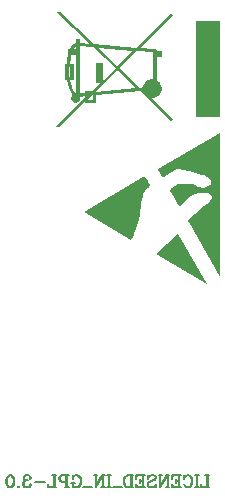
<source format=gbr>
%FSLAX46Y46*%
%MOMM*%
%ADD10C,0.150000*%
G01*
%LPD*%
G36*
X25928807Y34761919D02*
X25866862Y35132278D01*
X25725134Y35132247D01*
X25725134Y36507573D01*
X25835937Y36507573D01*
X25872426Y36884926D01*
X25940089Y37265138D01*
X25911463Y37265138D01*
X25911463Y37743131D01*
X26096301Y37743131D01*
X26192341Y37923710D01*
X26307651Y38080078D01*
X26443940Y38207198D01*
X26602981Y38299975D01*
X26657590Y38320737D01*
X26657528Y38021646D01*
X26584302Y37973036D01*
X26517695Y37909413D01*
X26402976Y37743131D01*
X26657528Y37743131D01*
X26657528Y37265138D01*
X26232062Y37265138D01*
X26162192Y36885827D01*
X26122378Y36507573D01*
X26004861Y36227877D01*
X26004861Y35412037D01*
X26151718Y35132278D01*
X26215403Y34767110D01*
X26260532Y34595139D01*
X26315763Y34435974D01*
X26382089Y34293997D01*
X26460506Y34173559D01*
X26552040Y34078980D01*
X26657590Y34014611D01*
X26366673Y33870676D01*
X26261683Y33978029D01*
X26170833Y34106020D01*
X26093131Y34251572D01*
X26027488Y34411482D01*
X25928807Y34761919D01*
D02*
G37*
%LPD*%
G36*
X26004861Y35412037D02*
X26151718Y35132278D01*
X26412860Y35132247D01*
X26412860Y36507573D01*
X26122378Y36507573D01*
X26004861Y36227877D01*
X26133132Y36227877D01*
X26133132Y35412037D01*
X26004861Y35412037D01*
D02*
G37*
%LPD*%
G36*
X38790558Y40132439D02*
X36817048Y40132439D01*
X36817048Y32027985D01*
X38790558Y32027985D01*
X38790558Y40132439D01*
D02*
G37*
%LPD*%
G36*
X28093494Y37900026D02*
X26948880Y37998491D01*
X26948880Y34003640D01*
X26657590Y34014611D01*
X26657590Y38320737D01*
X26657590Y38617217D01*
X26937318Y38617217D01*
X26937318Y38280239D01*
X27768420Y38208752D01*
X24910691Y40922172D01*
X25229457Y40922172D01*
X28124078Y38178138D01*
X31738872Y37867205D01*
X34674116Y40751601D01*
X34835333Y40587463D01*
X32038243Y37841439D01*
X33324711Y37730760D01*
X33368876Y37717706D01*
X33407634Y37689516D01*
X33436602Y37650914D01*
X33451489Y37606623D01*
X33873443Y37606623D01*
X33873443Y37088288D01*
X33452546Y37088288D01*
X33452546Y35118075D01*
X33544266Y35061321D01*
X33627345Y34993161D01*
X33700571Y34914682D01*
X33762950Y34826971D01*
X33813239Y34731149D01*
X33850598Y34628209D01*
X33873785Y34519333D01*
X33881804Y34405546D01*
X33865424Y34243180D01*
X33818461Y34091940D01*
X33744178Y33955091D01*
X33645869Y33835866D01*
X33526580Y33737495D01*
X33389732Y33663180D01*
X33238461Y33616248D01*
X33076095Y33599900D01*
X32941826Y33611026D01*
X34806179Y31843583D01*
X34647760Y31676647D01*
X31997434Y34193140D01*
X28347332Y33852928D01*
X28095794Y33829556D01*
X27936598Y33814699D01*
X27623490Y33507341D01*
X27371952Y33260372D01*
X25192097Y31120363D01*
X24873145Y31120363D01*
X27371952Y33575905D01*
X27371952Y33762048D01*
X26940674Y33721861D01*
X26962276Y33652084D01*
X26969829Y33577211D01*
X26962276Y33502026D01*
X26940488Y33432032D01*
X26906144Y33368658D01*
X26860579Y33313458D01*
X26805349Y33267925D01*
X26742005Y33233550D01*
X26671950Y33211793D01*
X26596796Y33204240D01*
X26521674Y33211793D01*
X26451711Y33233550D01*
X26388275Y33267925D01*
X26333106Y33313458D01*
X26287573Y33368658D01*
X26253197Y33432032D01*
X26231441Y33502026D01*
X26223857Y33577211D01*
X26233927Y33663708D01*
X26262646Y33742996D01*
X26307651Y33812772D01*
X26366673Y33870676D01*
X26657590Y34014611D01*
X26948880Y34003640D01*
X27372046Y34043050D01*
X27372046Y34165011D01*
X27971409Y34165011D01*
X28659228Y34840865D01*
X28335707Y34840865D01*
X28335707Y36554226D01*
X28895163Y36554226D01*
X28895163Y35072790D01*
X29964468Y36123571D01*
X30129133Y35967204D01*
X28293313Y34165011D01*
X28347332Y34165011D01*
X28347332Y34133931D01*
X31728025Y34448997D01*
X30129133Y35967204D01*
X30289914Y36125000D01*
X32028359Y34476970D01*
X32275950Y34500063D01*
X32306781Y34645584D01*
X32362633Y34780102D01*
X32440771Y34901068D01*
X32538676Y35005842D01*
X32653737Y35091811D01*
X32783406Y35156459D01*
X32925073Y35197113D01*
X33076095Y35211255D01*
X33172818Y35205536D01*
X33172818Y37463123D01*
X31775330Y37583312D01*
X30289914Y36125000D01*
X30125000Y36281304D01*
X31476146Y37609047D01*
X28449805Y37869381D01*
X30125000Y36281304D01*
X29964468Y36123571D01*
X28093494Y37900026D01*
D02*
G37*
%LPD*%
G36*
X27371952Y33215833D02*
X28347332Y33215833D01*
X28347332Y33852928D01*
X28095794Y33829556D01*
X28095794Y33460657D01*
X27623490Y33460657D01*
X27623490Y33507341D01*
X27371952Y33260372D01*
X27371952Y33215833D01*
D02*
G37*
%LPD*%
G36*
X30289914Y36125000D02*
X30125000Y36281304D01*
X29964468Y36123571D01*
X30129133Y35967204D01*
X30289914Y36125000D01*
D02*
G37*
%LPD*%
G36*
X37728720Y17876751D02*
X35279662Y22127749D01*
X33390528Y20379847D01*
X37728720Y17876751D01*
D02*
G37*
%LPD*%
G36*
X31413314Y21837810D02*
X31344661Y21725737D01*
X31262138Y21617592D01*
X27258029Y23926776D01*
X32330864Y26888532D01*
X32410934Y26931853D01*
X32442907Y26947192D01*
X32443151Y26947208D01*
X32476703Y26922472D01*
X32533574Y26851391D01*
X32608384Y26741364D01*
X32695750Y26599781D01*
X32751640Y26504833D01*
X32829359Y26368206D01*
X32878338Y26273041D01*
X32901332Y26212961D01*
X32901100Y26181589D01*
X32880393Y26172549D01*
X32877016Y26171859D01*
X32835834Y26146020D01*
X32765801Y26090321D01*
X32679980Y26015026D01*
X32643118Y25980286D01*
X32543884Y25872560D01*
X32459066Y25753432D01*
X32386178Y25615822D01*
X32322733Y25452652D01*
X32266240Y25256841D01*
X32214215Y25021309D01*
X32164171Y24738977D01*
X32113622Y24402764D01*
X32056642Y24015791D01*
X31995455Y23641697D01*
X31934119Y23314589D01*
X31870867Y23027156D01*
X31803927Y22772082D01*
X31731530Y22542054D01*
X31651910Y22329761D01*
X31563294Y22127887D01*
X31490215Y21979524D01*
X31413314Y21837810D01*
D02*
G37*
%LPD*%
G36*
X38805249Y18464214D02*
X36152282Y23068429D01*
X36107806Y23148856D01*
X36091236Y23181099D01*
X36095344Y23202138D01*
X36132700Y23265523D01*
X36201907Y23355890D01*
X36295770Y23463312D01*
X36389730Y23560067D01*
X36517725Y23683302D01*
X36667156Y23821186D01*
X36829796Y23966654D01*
X36997415Y24112636D01*
X37161787Y24252064D01*
X37314685Y24377872D01*
X37447882Y24482989D01*
X37553149Y24560350D01*
X37622259Y24602882D01*
X37672732Y24631277D01*
X37777183Y24708391D01*
X37888304Y24807530D01*
X37991847Y24914557D01*
X38073554Y25015337D01*
X38119180Y25095734D01*
X38129725Y25184528D01*
X38100577Y25303014D01*
X38033745Y25415627D01*
X37937841Y25503020D01*
X37912959Y25518153D01*
X37872208Y25537421D01*
X37823168Y25549978D01*
X37755298Y25556632D01*
X37658067Y25558187D01*
X37520933Y25555448D01*
X37333362Y25549221D01*
X37224862Y25544758D01*
X37053271Y25535277D01*
X36903095Y25524087D01*
X36787533Y25512232D01*
X36719786Y25500754D01*
X36642394Y25472964D01*
X36489990Y25390577D01*
X36309408Y25262561D01*
X36098532Y25087346D01*
X35855237Y24863374D01*
X35752731Y24766178D01*
X35631809Y24653802D01*
X35529289Y24561049D01*
X35453629Y24495554D01*
X35413296Y24464945D01*
X35406892Y24461798D01*
X35379321Y24458025D01*
X35348753Y24476877D01*
X35308596Y24526077D01*
X35252268Y24613347D01*
X35173179Y24746410D01*
X35107152Y24859526D01*
X34986371Y25067686D01*
X34892554Y25231579D01*
X34822653Y25356711D01*
X34773622Y25448585D01*
X34742420Y25512709D01*
X34725995Y25554587D01*
X34707771Y25597921D01*
X34683297Y25623248D01*
X34677526Y25625618D01*
X34645421Y25662675D01*
X34604070Y25730404D01*
X34546362Y25837561D01*
X34620019Y25916681D01*
X34649858Y25944627D01*
X34730952Y26009645D01*
X34839228Y26089033D01*
X34959589Y26171465D01*
X35225506Y26347131D01*
X35914884Y26340237D01*
X36604262Y26333344D01*
X36701791Y26232962D01*
X36736560Y26199231D01*
X36892773Y26091062D01*
X37078529Y26027920D01*
X37302845Y26006407D01*
X37423036Y26011749D01*
X37635045Y26049458D01*
X37828545Y26118184D01*
X37983808Y26211976D01*
X38040420Y26277100D01*
X38083419Y26392869D01*
X38088379Y26523922D01*
X38057590Y26653483D01*
X37993340Y26764780D01*
X37897921Y26841037D01*
X37892749Y26843533D01*
X37798284Y26889626D01*
X37699563Y26938444D01*
X37606886Y26979886D01*
X37450682Y27039336D01*
X37258102Y27104926D01*
X37037727Y27174375D01*
X36798144Y27245407D01*
X36547929Y27315741D01*
X36295665Y27383098D01*
X36049933Y27445198D01*
X35819315Y27499763D01*
X35612395Y27544514D01*
X35437754Y27577171D01*
X35303972Y27595454D01*
X35219631Y27597088D01*
X35200469Y27593409D01*
X35103475Y27557570D01*
X34973711Y27491068D01*
X34822913Y27399738D01*
X34768570Y27364683D01*
X34546977Y27223837D01*
X34353192Y27104114D01*
X34191740Y27008151D01*
X34067160Y26938591D01*
X33983981Y26898077D01*
X33946735Y26889244D01*
X33945420Y26890266D01*
X33918594Y26926830D01*
X33869559Y27004969D01*
X33804847Y27113978D01*
X33730982Y27243151D01*
X33724850Y27254071D01*
X33647682Y27394323D01*
X33598471Y27492002D01*
X33573687Y27556088D01*
X33573687Y27556088D01*
X33569808Y27595567D01*
X33583307Y27619418D01*
X33600222Y27630757D01*
X38828679Y30655718D01*
X38805249Y18464214D01*
D02*
G37*
G01*
%LPD*%
D10*
X37761904Y648809D02*
X37761904Y1648809D01*
D10*
X37714284Y648809D02*
X37714284Y1648809D01*
D10*
X37571428Y1648809D02*
X37904760Y1648809D01*
D10*
X37190476Y648809D02*
X37904760Y648809D01*
D10*
X37190476Y934523D02*
X37190476Y648809D01*
D10*
X37238096Y648809D02*
X37190476Y934523D01*
D10*
X36904760Y648809D02*
X36904760Y1648809D01*
D10*
X36857144Y648809D02*
X36857144Y1648809D01*
D10*
X36714284Y1648809D02*
X37047620Y1648809D01*
D10*
X36714284Y648809D02*
X37047620Y648809D01*
D10*
X35761904Y1363095D02*
X35809524Y1505952D01*
D10*
X35761904Y1648809D02*
X35761904Y1363095D01*
D10*
X35809524Y1505952D02*
X35761904Y1648809D01*
D10*
X35904760Y1601190D02*
X35809524Y1505952D01*
D10*
X36047620Y1648809D02*
X35904760Y1601190D01*
D10*
X36142856Y1648809D02*
X36047620Y1648809D01*
D10*
X36285716Y1601190D02*
X36142856Y1648809D01*
D10*
X36380952Y1505952D02*
X36285716Y1601190D01*
D10*
X36428572Y1410714D02*
X36380952Y1505952D01*
D10*
X36476192Y1267857D02*
X36428572Y1410714D01*
D10*
X36476192Y1029761D02*
X36476192Y1267857D01*
D10*
X36428572Y886904D02*
X36476192Y1029761D01*
D10*
X36380952Y791666D02*
X36428572Y886904D01*
D10*
X36285716Y696428D02*
X36380952Y791666D01*
D10*
X36142856Y648809D02*
X36285716Y696428D01*
D10*
X36047620Y648809D02*
X36142856Y648809D01*
D10*
X35904760Y696428D02*
X36047620Y648809D01*
D10*
X35809524Y791666D02*
X35904760Y696428D01*
D10*
X35761904Y886904D02*
X35809524Y791666D01*
D10*
X36238096Y1601190D02*
X36142856Y1648809D01*
D10*
X36333332Y1505952D02*
X36238096Y1601190D01*
D10*
X36380952Y1410714D02*
X36333332Y1505952D01*
D10*
X36428572Y1267857D02*
X36380952Y1410714D01*
D10*
X36428572Y1029761D02*
X36428572Y1267857D01*
D10*
X36380952Y886904D02*
X36428572Y1029761D01*
D10*
X36333332Y791666D02*
X36380952Y886904D01*
D10*
X36238096Y696428D02*
X36333332Y791666D01*
D10*
X36142856Y648809D02*
X36238096Y696428D01*
D10*
X35380952Y648809D02*
X35380952Y1648809D01*
D10*
X35333332Y648809D02*
X35333332Y1648809D01*
D10*
X35047620Y982142D02*
X35047620Y1363095D01*
D10*
X34761904Y1648809D02*
X35523808Y1648809D01*
D10*
X34761904Y1363095D02*
X34761904Y1648809D01*
D10*
X34809524Y1648809D02*
X34761904Y1363095D01*
D10*
X35047620Y1172619D02*
X35333332Y1172619D01*
D10*
X34761904Y648809D02*
X35523808Y648809D01*
D10*
X34761904Y934523D02*
X34761904Y648809D01*
D10*
X34809524Y648809D02*
X34761904Y934523D01*
D10*
X34380952Y648809D02*
X34380952Y1648809D01*
D10*
X33761904Y744047D02*
X34333332Y1648809D01*
D10*
X33761904Y648809D02*
X34333332Y1553571D01*
D10*
X33761904Y648809D02*
X33761904Y1648809D01*
D10*
X34333332Y1648809D02*
X34523808Y1648809D01*
D10*
X33619048Y1648809D02*
X33904760Y1648809D01*
D10*
X34238096Y648809D02*
X34523808Y648809D01*
D10*
X32714286Y1648809D02*
X32761904Y1505952D01*
D10*
X32714286Y1363095D02*
X32714286Y1648809D01*
D10*
X32761904Y1505952D02*
X32714286Y1363095D01*
D10*
X32857144Y1601190D02*
X32761904Y1505952D01*
D10*
X33000000Y1648809D02*
X32857144Y1601190D01*
D10*
X33142856Y1648809D02*
X33000000Y1648809D01*
D10*
X33285714Y1601190D02*
X33142856Y1648809D01*
D10*
X33380952Y1505952D02*
X33285714Y1601190D01*
D10*
X33380952Y1410714D02*
X33380952Y1505952D01*
D10*
X33333334Y1315476D02*
X33380952Y1410714D01*
D10*
X33285714Y1267857D02*
X33333334Y1315476D01*
D10*
X33190476Y1220238D02*
X33285714Y1267857D01*
D10*
X32904762Y1125000D02*
X33190476Y1220238D01*
D10*
X32809524Y1077381D02*
X32904762Y1125000D01*
D10*
X32714286Y982142D02*
X32809524Y1077381D01*
D10*
X33285714Y1315476D02*
X33380952Y1410714D01*
D10*
X33190476Y1267857D02*
X33285714Y1315476D01*
D10*
X32904762Y1172619D02*
X33190476Y1267857D01*
D10*
X32809524Y1125000D02*
X32904762Y1172619D01*
D10*
X32761904Y1077381D02*
X32809524Y1125000D01*
D10*
X32714286Y982142D02*
X32761904Y1077381D01*
D10*
X32714286Y791666D02*
X32714286Y982142D01*
D10*
X32809524Y696428D02*
X32714286Y791666D01*
D10*
X32952380Y648809D02*
X32809524Y696428D01*
D10*
X33095238Y648809D02*
X32952380Y648809D01*
D10*
X33238096Y696428D02*
X33095238Y648809D01*
D10*
X33333334Y791666D02*
X33238096Y696428D01*
D10*
X33380952Y934523D02*
X33333334Y791666D01*
D10*
X33380952Y648809D02*
X33380952Y934523D01*
D10*
X33333334Y791666D02*
X33380952Y648809D01*
D10*
X32333334Y648809D02*
X32333334Y1648809D01*
D10*
X32285714Y648809D02*
X32285714Y1648809D01*
D10*
X32000000Y982142D02*
X32000000Y1363095D01*
D10*
X31714286Y1648809D02*
X32476190Y1648809D01*
D10*
X31714286Y1363095D02*
X31714286Y1648809D01*
D10*
X31761904Y1648809D02*
X31714286Y1363095D01*
D10*
X32000000Y1172619D02*
X32285714Y1172619D01*
D10*
X31714286Y648809D02*
X32476190Y648809D01*
D10*
X31714286Y934523D02*
X31714286Y648809D01*
D10*
X31761904Y648809D02*
X31714286Y934523D01*
D10*
X31333334Y648809D02*
X31333334Y1648809D01*
D10*
X31285714Y648809D02*
X31285714Y1648809D01*
D10*
X31000000Y1648809D02*
X31476190Y1648809D01*
D10*
X30857144Y1601190D02*
X31000000Y1648809D01*
D10*
X30761904Y1505952D02*
X30857144Y1601190D01*
D10*
X30714286Y1410714D02*
X30761904Y1505952D01*
D10*
X30666668Y1267857D02*
X30714286Y1410714D01*
D10*
X30666668Y1029761D02*
X30666668Y1267857D01*
D10*
X30714286Y886904D02*
X30666668Y1029761D01*
D10*
X30761904Y791666D02*
X30714286Y886904D01*
D10*
X30857144Y696428D02*
X30761904Y791666D01*
D10*
X31000000Y648809D02*
X30857144Y696428D01*
D10*
X31476190Y648809D02*
X31000000Y648809D01*
D10*
X30904762Y1601190D02*
X31000000Y1648809D01*
D10*
X30809524Y1505952D02*
X30904762Y1601190D01*
D10*
X30761904Y1410714D02*
X30809524Y1505952D01*
D10*
X30714286Y1267857D02*
X30761904Y1410714D01*
D10*
X30714286Y1029761D02*
X30714286Y1267857D01*
D10*
X30761904Y886904D02*
X30714286Y1029761D01*
D10*
X30809524Y791666D02*
X30761904Y886904D01*
D10*
X30904762Y696428D02*
X30809524Y791666D01*
D10*
X31000000Y648809D02*
X30904762Y696428D01*
D10*
X29714286Y648809D02*
X30476190Y648809D01*
D10*
X29714286Y696428D02*
X29714286Y648809D01*
D10*
X30476190Y696428D02*
X29714286Y696428D01*
D10*
X30476190Y648809D02*
X30476190Y696428D01*
D10*
X29428572Y648809D02*
X29428572Y1648809D01*
D10*
X29380952Y648809D02*
X29380952Y1648809D01*
D10*
X29238096Y1648809D02*
X29571428Y1648809D01*
D10*
X29238096Y648809D02*
X29571428Y648809D01*
D10*
X28904762Y648809D02*
X28904762Y1648809D01*
D10*
X28285714Y744047D02*
X28857144Y1648809D01*
D10*
X28285714Y648809D02*
X28857144Y1553571D01*
D10*
X28285714Y648809D02*
X28285714Y1648809D01*
D10*
X28857144Y1648809D02*
X29047620Y1648809D01*
D10*
X28142856Y1648809D02*
X28428572Y1648809D01*
D10*
X28761904Y648809D02*
X29047620Y648809D01*
D10*
X27238096Y648809D02*
X28000000Y648809D01*
D10*
X27238096Y696428D02*
X27238096Y648809D01*
D10*
X28000000Y696428D02*
X27238096Y696428D01*
D10*
X28000000Y648809D02*
X28000000Y696428D01*
D10*
X26333334Y1363095D02*
X26380952Y1505952D01*
D10*
X26333334Y1648809D02*
X26333334Y1363095D01*
D10*
X26380952Y1505952D02*
X26333334Y1648809D01*
D10*
X26476192Y1601190D02*
X26380952Y1505952D01*
D10*
X26619048Y1648809D02*
X26476192Y1601190D01*
D10*
X26714286Y1648809D02*
X26619048Y1648809D01*
D10*
X26857144Y1601190D02*
X26714286Y1648809D01*
D10*
X26952380Y1505952D02*
X26857144Y1601190D01*
D10*
X27000000Y1410714D02*
X26952380Y1505952D01*
D10*
X27047620Y1267857D02*
X27000000Y1410714D01*
D10*
X27047620Y1029761D02*
X27047620Y1267857D01*
D10*
X27000000Y886904D02*
X27047620Y1029761D01*
D10*
X26952380Y791666D02*
X27000000Y886904D01*
D10*
X26857144Y696428D02*
X26952380Y791666D01*
D10*
X26714286Y648809D02*
X26857144Y696428D01*
D10*
X26619048Y648809D02*
X26714286Y648809D01*
D10*
X26476192Y696428D02*
X26619048Y648809D01*
D10*
X26380952Y791666D02*
X26476192Y696428D01*
D10*
X26809524Y1601190D02*
X26714286Y1648809D01*
D10*
X26904762Y1505952D02*
X26809524Y1601190D01*
D10*
X26952380Y1410714D02*
X26904762Y1505952D01*
D10*
X27000000Y1267857D02*
X26952380Y1410714D01*
D10*
X27000000Y1029761D02*
X27000000Y1267857D01*
D10*
X26952380Y886904D02*
X27000000Y1029761D01*
D10*
X26904762Y791666D02*
X26952380Y886904D01*
D10*
X26809524Y696428D02*
X26904762Y791666D01*
D10*
X26714286Y648809D02*
X26809524Y696428D01*
D10*
X26380952Y648809D02*
X26380952Y1029761D01*
D10*
X26333334Y648809D02*
X26333334Y1029761D01*
D10*
X26190476Y1029761D02*
X26523810Y1029761D01*
D10*
X25857144Y648809D02*
X25857144Y1648809D01*
D10*
X25809524Y648809D02*
X25809524Y1648809D01*
D10*
X25428572Y1648809D02*
X26000000Y1648809D01*
D10*
X25285714Y1601190D02*
X25428572Y1648809D01*
D10*
X25238096Y1553571D02*
X25285714Y1601190D01*
D10*
X25190476Y1458333D02*
X25238096Y1553571D01*
D10*
X25190476Y1315476D02*
X25190476Y1458333D01*
D10*
X25238096Y1220238D02*
X25190476Y1315476D01*
D10*
X25285714Y1172619D02*
X25238096Y1220238D01*
D10*
X25428572Y1125000D02*
X25285714Y1172619D01*
D10*
X25809524Y1125000D02*
X25428572Y1125000D01*
D10*
X25333334Y1601190D02*
X25428572Y1648809D01*
D10*
X25285714Y1553571D02*
X25333334Y1601190D01*
D10*
X25238096Y1458333D02*
X25285714Y1553571D01*
D10*
X25238096Y1315476D02*
X25238096Y1458333D01*
D10*
X25285714Y1220238D02*
X25238096Y1315476D01*
D10*
X25333334Y1172619D02*
X25285714Y1220238D01*
D10*
X25428572Y1125000D02*
X25333334Y1172619D01*
D10*
X25666668Y648809D02*
X26000000Y648809D01*
D10*
X24809524Y648809D02*
X24809524Y1648809D01*
D10*
X24761904Y648809D02*
X24761904Y1648809D01*
D10*
X24619048Y1648809D02*
X24952380Y1648809D01*
D10*
X24238096Y648809D02*
X24952380Y648809D01*
D10*
X24238096Y934523D02*
X24238096Y648809D01*
D10*
X24285714Y648809D02*
X24238096Y934523D01*
D10*
X23142856Y1077381D02*
X24000000Y1077381D01*
D10*
X22714286Y1410714D02*
X22761904Y1458333D01*
D10*
X22761904Y1363095D02*
X22714286Y1410714D01*
D10*
X22809524Y1410714D02*
X22761904Y1363095D01*
D10*
X22809524Y1458333D02*
X22809524Y1410714D01*
D10*
X22761904Y1553571D02*
X22809524Y1458333D01*
D10*
X22714286Y1601190D02*
X22761904Y1553571D01*
D10*
X22571428Y1648809D02*
X22714286Y1601190D01*
D10*
X22380952Y1648809D02*
X22571428Y1648809D01*
D10*
X22238096Y1601190D02*
X22380952Y1648809D01*
D10*
X22190476Y1505952D02*
X22238096Y1601190D01*
D10*
X22190476Y1363095D02*
X22190476Y1505952D01*
D10*
X22238096Y1267857D02*
X22190476Y1363095D01*
D10*
X22380952Y1220238D02*
X22238096Y1267857D01*
D10*
X22523810Y1220238D02*
X22380952Y1220238D01*
D10*
X22285716Y1601190D02*
X22380952Y1648809D01*
D10*
X22238096Y1505952D02*
X22285716Y1601190D01*
D10*
X22238096Y1363095D02*
X22238096Y1505952D01*
D10*
X22285716Y1267857D02*
X22238096Y1363095D01*
D10*
X22380952Y1220238D02*
X22285716Y1267857D01*
D10*
X22285716Y1172619D02*
X22380952Y1220238D01*
D10*
X22190476Y1077381D02*
X22285716Y1172619D01*
D10*
X22142856Y982142D02*
X22190476Y1077381D01*
D10*
X22142856Y839285D02*
X22142856Y982142D01*
D10*
X22190476Y744047D02*
X22142856Y839285D01*
D10*
X22238096Y696428D02*
X22190476Y744047D01*
D10*
X22380952Y648809D02*
X22238096Y696428D01*
D10*
X22571428Y648809D02*
X22380952Y648809D01*
D10*
X22714286Y696428D02*
X22571428Y648809D01*
D10*
X22761904Y744047D02*
X22714286Y696428D01*
D10*
X22809524Y839285D02*
X22761904Y744047D01*
D10*
X22809524Y886904D02*
X22809524Y839285D01*
D10*
X22761904Y934523D02*
X22809524Y886904D01*
D10*
X22714286Y886904D02*
X22761904Y934523D01*
D10*
X22761904Y839285D02*
X22714286Y886904D01*
D10*
X22190476Y982142D02*
X22238096Y1125000D01*
D10*
X22190476Y839285D02*
X22190476Y982142D01*
D10*
X22238096Y744047D02*
X22190476Y839285D01*
D10*
X22285716Y696428D02*
X22238096Y744047D01*
D10*
X22380952Y648809D02*
X22285716Y696428D01*
D10*
X21809524Y696428D02*
X21761904Y744047D01*
D10*
X21761904Y648809D02*
X21809524Y696428D01*
D10*
X21714286Y696428D02*
X21761904Y648809D01*
D10*
X21761904Y744047D02*
X21714286Y696428D01*
D10*
X21238096Y1601190D02*
X21095238Y1648809D01*
D10*
X21333334Y1458333D02*
X21238096Y1601190D01*
D10*
X21380952Y1220238D02*
X21333334Y1458333D01*
D10*
X21380952Y1077381D02*
X21380952Y1220238D01*
D10*
X21333334Y839285D02*
X21380952Y1077381D01*
D10*
X21238096Y696428D02*
X21333334Y839285D01*
D10*
X21095238Y648809D02*
X21238096Y696428D01*
D10*
X21000000Y648809D02*
X21095238Y648809D01*
D10*
X20857144Y696428D02*
X21000000Y648809D01*
D10*
X20761906Y839285D02*
X20857144Y696428D01*
D10*
X20714286Y1077381D02*
X20761906Y839285D01*
D10*
X20714286Y1220238D02*
X20714286Y1077381D01*
D10*
X20761906Y1458333D02*
X20714286Y1220238D01*
D10*
X20857144Y1601190D02*
X20761906Y1458333D01*
D10*
X21000000Y1648809D02*
X20857144Y1601190D01*
D10*
X21095238Y1648809D02*
X21000000Y1648809D01*
D10*
X21190476Y1601190D02*
X21095238Y1648809D01*
D10*
X21238096Y1553571D02*
X21190476Y1601190D01*
D10*
X21285716Y1458333D02*
X21238096Y1553571D01*
D10*
X21333334Y1220238D02*
X21285716Y1458333D01*
D10*
X21333334Y1077381D02*
X21333334Y1220238D01*
D10*
X21285716Y839285D02*
X21333334Y1077381D01*
D10*
X21238096Y744047D02*
X21285716Y839285D01*
D10*
X21190476Y696428D02*
X21238096Y744047D01*
D10*
X21095238Y648809D02*
X21190476Y696428D01*
D10*
X20904762Y696428D02*
X21000000Y648809D01*
D10*
X20857144Y744047D02*
X20904762Y696428D01*
D10*
X20809524Y839285D02*
X20857144Y744047D01*
D10*
X20761906Y1077381D02*
X20809524Y839285D01*
D10*
X20761906Y1220238D02*
X20761906Y1077381D01*
D10*
X20809524Y1458333D02*
X20761906Y1220238D01*
D10*
X20857144Y1553571D02*
X20809524Y1458333D01*
D10*
X20904762Y1601190D02*
X20857144Y1553571D01*
D10*
X21000000Y1648809D02*
X20904762Y1601190D01*
G75*
M02*

</source>
